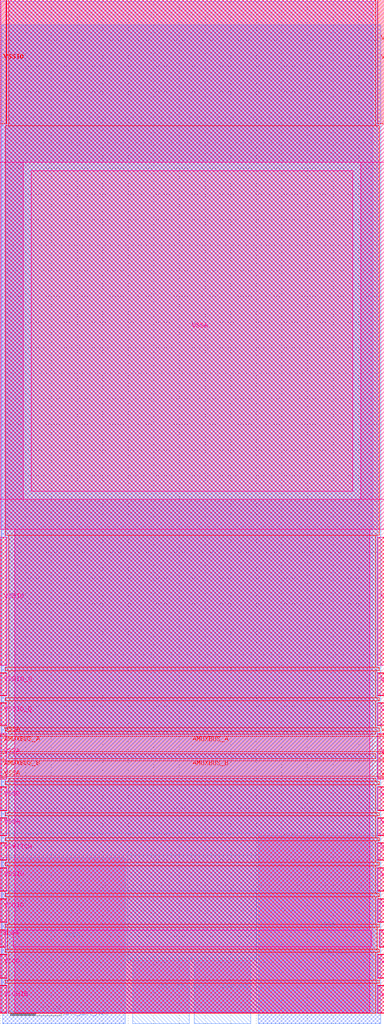
<source format=lef>
VERSION 5.7 ;
  NOWIREEXTENSIONATPIN ON ;
  DIVIDERCHAR "/" ;
  BUSBITCHARS "[]" ;
MACRO sky130_ef_io__vssa_hvc_pad
  CLASS PAD POWER ;
  FOREIGN sky130_ef_io__vssa_hvc_pad ;
  ORIGIN 0.000 0.000 ;
  SIZE 75.000 BY 197.965 ;
  PIN AMUXBUS_A
    DIRECTION INOUT ;
    USE SIGNAL ;
    PORT
      LAYER met4 ;
        RECT 0.000 51.090 75.000 54.070 ;
    END
    PORT
      LAYER met4 ;
        RECT 0.000 51.090 1.270 54.070 ;
    END
  END AMUXBUS_A
  PIN AMUXBUS_B
    DIRECTION INOUT ;
    USE SIGNAL ;
    PORT
      LAYER met4 ;
        RECT 0.000 46.330 75.000 49.310 ;
    END
    PORT
      LAYER met4 ;
        RECT 0.000 46.330 1.270 49.310 ;
    END
  END AMUXBUS_B
  PIN DRN_HVC
    DIRECTION INOUT ;
    USE POWER ;
    PORT
      LAYER met2 ;
        RECT 50.390 -2.035 74.290 23.625 ;
    END
    PORT
      LAYER met3 ;
        RECT 37.890 -2.035 48.890 10.345 ;
    END
  END DRN_HVC
  PIN SRC_BDY_HVC
    ANTENNADIFFAREA 12.516800 ;
    DIRECTION INOUT ;
    USE GROUND ;
    PORT
      LAYER met2 ;
        RECT 0.495 -2.035 24.395 0.020 ;
    END
    PORT
      LAYER met3 ;
        RECT 25.895 -2.035 36.895 10.390 ;
    END
  END SRC_BDY_HVC
  PIN VSSA
    DIRECTION INOUT ;
    USE GROUND ;
    PORT
      LAYER met5 ;
        RECT 6.100 101.975 68.800 164.590 ;
    END
    PORT
      LAYER met3 ;
        RECT 0.495 -2.035 24.395 30.480 ;
    END
    PORT
      LAYER met3 ;
        RECT 50.390 -2.035 74.290 34.725 ;
    END
    PORT
      LAYER met5 ;
        RECT 73.730 45.700 75.000 54.700 ;
    END
    PORT
      LAYER met5 ;
        RECT 73.730 34.805 75.000 38.050 ;
    END
    PORT
      LAYER met5 ;
        RECT 0.000 45.700 1.270 54.700 ;
    END
    PORT
      LAYER met5 ;
        RECT 0.000 34.805 1.270 38.050 ;
    END
    PORT
      LAYER met4 ;
        RECT 73.730 49.610 75.000 50.790 ;
    END
    PORT
      LAYER met4 ;
        RECT 73.730 54.370 75.000 54.700 ;
    END
    PORT
      LAYER met4 ;
        RECT 73.730 45.700 75.000 46.030 ;
    END
    PORT
      LAYER met4 ;
        RECT 73.730 34.700 75.000 38.150 ;
    END
    PORT
      LAYER met4 ;
        RECT 0.000 45.700 1.270 46.030 ;
    END
    PORT
      LAYER met4 ;
        RECT 0.000 49.610 1.270 50.790 ;
    END
    PORT
      LAYER met4 ;
        RECT 0.000 54.370 1.270 54.700 ;
    END
    PORT
      LAYER met4 ;
        RECT 0.000 34.700 1.270 38.150 ;
    END
  END VSSA
  PIN VDDA
    DIRECTION INOUT ;
    USE POWER ;
    PORT
      LAYER met5 ;
        RECT 74.035 13.000 75.000 16.250 ;
    END
    PORT
      LAYER met5 ;
        RECT 0.000 13.000 0.965 16.250 ;
    END
    PORT
      LAYER met4 ;
        RECT 74.035 12.900 75.000 16.350 ;
    END
    PORT
      LAYER met4 ;
        RECT 0.000 12.900 0.965 16.350 ;
    END
  END VDDA
  PIN VSWITCH
    DIRECTION INOUT ;
    USE POWER ;
    PORT
      LAYER met5 ;
        RECT 73.730 29.950 75.000 33.200 ;
    END
    PORT
      LAYER met5 ;
        RECT 0.000 29.950 1.270 33.200 ;
    END
    PORT
      LAYER met4 ;
        RECT 73.730 29.850 75.000 33.300 ;
    END
    PORT
      LAYER met4 ;
        RECT 0.000 29.850 1.270 33.300 ;
    END
  END VSWITCH
  PIN VDDIO_Q
    DIRECTION INOUT ;
    USE POWER ;
    PORT
      LAYER met5 ;
        RECT 73.730 62.150 75.000 66.400 ;
    END
    PORT
      LAYER met5 ;
        RECT 0.000 62.150 1.270 66.400 ;
    END
    PORT
      LAYER met4 ;
        RECT 73.730 62.050 75.000 66.500 ;
    END
    PORT
      LAYER met4 ;
        RECT 0.000 62.050 1.270 66.500 ;
    END
  END VDDIO_Q
  PIN VCCHIB
    DIRECTION INOUT ;
    USE POWER ;
    PORT
      LAYER met5 ;
        RECT 73.730 0.100 75.000 5.350 ;
    END
    PORT
      LAYER met5 ;
        RECT 0.000 0.100 1.270 5.350 ;
    END
    PORT
      LAYER met4 ;
        RECT 73.730 0.000 75.000 5.450 ;
    END
    PORT
      LAYER met4 ;
        RECT 0.000 0.000 1.270 5.450 ;
    END
  END VCCHIB
  PIN VDDIO
    DIRECTION INOUT ;
    USE POWER ;
    PORT
      LAYER met5 ;
        RECT 73.730 68.000 75.000 92.950 ;
    END
    PORT
      LAYER met5 ;
        RECT 73.730 17.850 75.000 22.300 ;
    END
    PORT
      LAYER met5 ;
        RECT 0.000 68.000 1.270 92.950 ;
    END
    PORT
      LAYER met5 ;
        RECT 0.000 17.850 1.270 22.300 ;
    END
    PORT
      LAYER met4 ;
        RECT 73.730 17.750 75.000 22.400 ;
    END
    PORT
      LAYER met4 ;
        RECT 73.730 68.000 75.000 92.965 ;
    END
    PORT
      LAYER met4 ;
        RECT 0.000 17.750 1.270 22.400 ;
    END
    PORT
      LAYER met4 ;
        RECT 0.000 68.000 1.270 92.965 ;
    END
  END VDDIO
  PIN VCCD
    DIRECTION INOUT ;
    USE POWER ;
    PORT
      LAYER met5 ;
        RECT 73.730 6.950 75.000 11.400 ;
    END
    PORT
      LAYER met5 ;
        RECT 0.000 6.950 1.270 11.400 ;
    END
    PORT
      LAYER met4 ;
        RECT 73.730 6.850 75.000 11.500 ;
    END
    PORT
      LAYER met4 ;
        RECT 0.000 6.850 1.270 11.500 ;
    END
  END VCCD
  PIN VSSIO
    DIRECTION INOUT ;
    USE GROUND ;
    PORT
      LAYER met4 ;
        RECT 0.000 173.750 1.205 197.965 ;
    END
    PORT
      LAYER met5 ;
        RECT 73.730 23.900 75.000 28.350 ;
    END
    PORT
      LAYER met5 ;
        RECT 0.000 23.900 1.270 28.350 ;
    END
    PORT
      LAYER met4 ;
        RECT 73.730 23.800 75.000 28.450 ;
    END
    PORT
      LAYER met4 ;
        RECT 73.730 173.750 75.000 197.965 ;
    END
    PORT
      LAYER met4 ;
        RECT 0.000 173.750 1.270 197.965 ;
    END
    PORT
      LAYER met4 ;
        RECT 0.000 23.800 1.270 28.450 ;
    END
  END VSSIO
  PIN VSSD
    DIRECTION INOUT ;
    USE GROUND ;
    PORT
      LAYER met5 ;
        RECT 73.730 39.650 75.000 44.100 ;
    END
    PORT
      LAYER met5 ;
        RECT 0.000 39.650 1.270 44.100 ;
    END
    PORT
      LAYER met4 ;
        RECT 73.730 39.550 75.000 44.200 ;
    END
    PORT
      LAYER met4 ;
        RECT 0.000 39.550 1.270 44.200 ;
    END
  END VSSD
  PIN VSSIO_Q
    DIRECTION INOUT ;
    USE GROUND ;
    PORT
      LAYER met5 ;
        RECT 73.730 56.300 75.000 60.550 ;
    END
    PORT
      LAYER met5 ;
        RECT 0.000 56.300 1.270 60.550 ;
    END
    PORT
      LAYER met4 ;
        RECT 73.730 56.200 75.000 60.650 ;
    END
    PORT
      LAYER met4 ;
        RECT 0.000 56.200 1.270 60.650 ;
    END
  END VSSIO_Q
  PIN VSSIO
    DIRECTION INOUT ;
    USE GROUND ;
    PORT
      LAYER met4 ;
        RECT 74.360 189.565 74.370 189.575 ;
    END
  END VSSIO
  OBS
      LAYER li1 ;
        RECT 1.070 0.000 72.775 197.660 ;
      LAYER met1 ;
        RECT 0.185 0.000 73.620 197.690 ;
      LAYER met2 ;
        RECT 0.265 23.905 74.290 193.040 ;
        RECT 0.265 0.300 50.110 23.905 ;
        RECT 24.675 0.000 50.110 0.300 ;
      LAYER met3 ;
        RECT 0.240 35.125 74.290 193.065 ;
        RECT 0.240 30.880 49.990 35.125 ;
        RECT 24.795 10.790 49.990 30.880 ;
        RECT 24.795 10.345 25.495 10.790 ;
        RECT 37.295 10.745 49.990 10.790 ;
        RECT 37.295 10.345 37.490 10.745 ;
        RECT 49.290 10.345 49.990 10.745 ;
      LAYER met4 ;
        RECT 1.670 173.350 73.330 197.965 ;
        RECT 0.965 93.365 74.035 173.350 ;
        RECT 1.670 67.600 73.330 93.365 ;
        RECT 0.965 66.900 74.035 67.600 ;
        RECT 1.670 61.650 73.330 66.900 ;
        RECT 0.965 61.050 74.035 61.650 ;
        RECT 1.670 55.800 73.330 61.050 ;
        RECT 0.965 55.100 74.035 55.800 ;
        RECT 1.670 54.470 73.330 55.100 ;
        RECT 1.670 49.710 73.330 50.690 ;
        RECT 1.670 45.300 73.330 45.930 ;
        RECT 0.965 44.600 74.035 45.300 ;
        RECT 1.670 39.150 73.330 44.600 ;
        RECT 0.965 38.550 74.035 39.150 ;
        RECT 1.670 34.300 73.330 38.550 ;
        RECT 0.965 33.700 74.035 34.300 ;
        RECT 1.670 29.450 73.330 33.700 ;
        RECT 0.965 28.850 74.035 29.450 ;
        RECT 1.670 23.400 73.330 28.850 ;
        RECT 0.965 22.800 74.035 23.400 ;
        RECT 1.670 17.350 73.330 22.800 ;
        RECT 0.965 16.750 74.035 17.350 ;
        RECT 1.365 12.500 73.635 16.750 ;
        RECT 0.965 11.900 74.035 12.500 ;
        RECT 1.670 6.450 73.330 11.900 ;
        RECT 0.965 5.850 74.035 6.450 ;
        RECT 1.670 0.000 73.330 5.850 ;
      LAYER met5 ;
        RECT 0.000 166.190 75.000 197.965 ;
        RECT 0.000 100.375 4.500 166.190 ;
        RECT 70.400 100.375 75.000 166.190 ;
        RECT 0.000 94.550 75.000 100.375 ;
        RECT 2.870 16.250 72.130 94.550 ;
        RECT 2.565 13.000 72.435 16.250 ;
        RECT 2.870 0.100 72.130 13.000 ;
  END
END sky130_ef_io__vssa_hvc_pad
END LIBRARY


</source>
